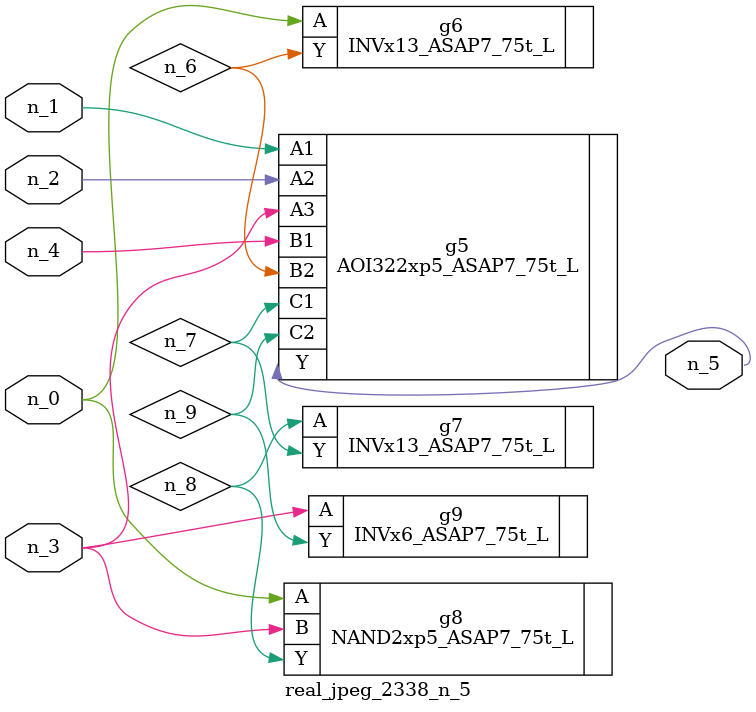
<source format=v>
module real_jpeg_2338_n_5 (n_4, n_0, n_1, n_2, n_3, n_5);

input n_4;
input n_0;
input n_1;
input n_2;
input n_3;

output n_5;

wire n_8;
wire n_6;
wire n_7;
wire n_9;

INVx13_ASAP7_75t_L g6 ( 
.A(n_0),
.Y(n_6)
);

NAND2xp5_ASAP7_75t_L g8 ( 
.A(n_0),
.B(n_3),
.Y(n_8)
);

AOI322xp5_ASAP7_75t_L g5 ( 
.A1(n_1),
.A2(n_2),
.A3(n_3),
.B1(n_4),
.B2(n_6),
.C1(n_7),
.C2(n_9),
.Y(n_5)
);

INVx6_ASAP7_75t_L g9 ( 
.A(n_3),
.Y(n_9)
);

INVx13_ASAP7_75t_L g7 ( 
.A(n_8),
.Y(n_7)
);


endmodule
</source>
